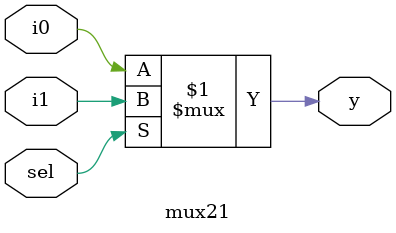
<source format=v>
module mux21 (
    input wire sel,
    input wire i0,
    input wire i1,
    output wire y
);
    assign y = sel ? i1 : i0;
endmodule
</source>
